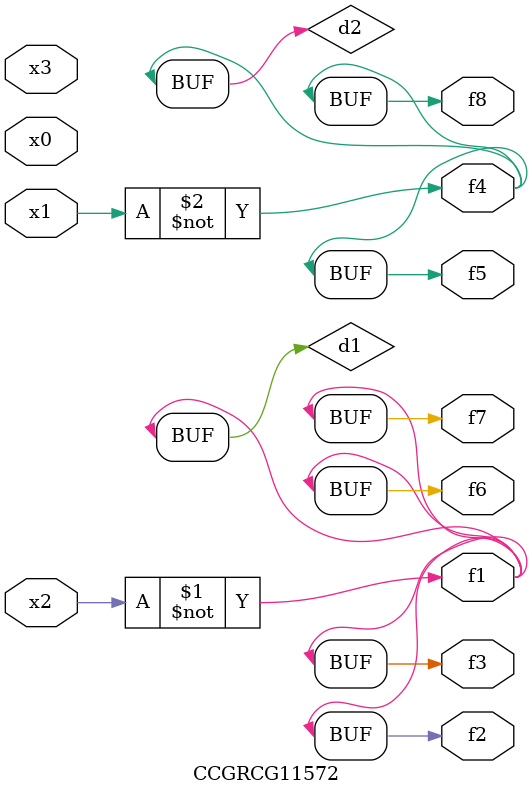
<source format=v>
module CCGRCG11572(
	input x0, x1, x2, x3,
	output f1, f2, f3, f4, f5, f6, f7, f8
);

	wire d1, d2;

	xnor (d1, x2);
	not (d2, x1);
	assign f1 = d1;
	assign f2 = d1;
	assign f3 = d1;
	assign f4 = d2;
	assign f5 = d2;
	assign f6 = d1;
	assign f7 = d1;
	assign f8 = d2;
endmodule

</source>
